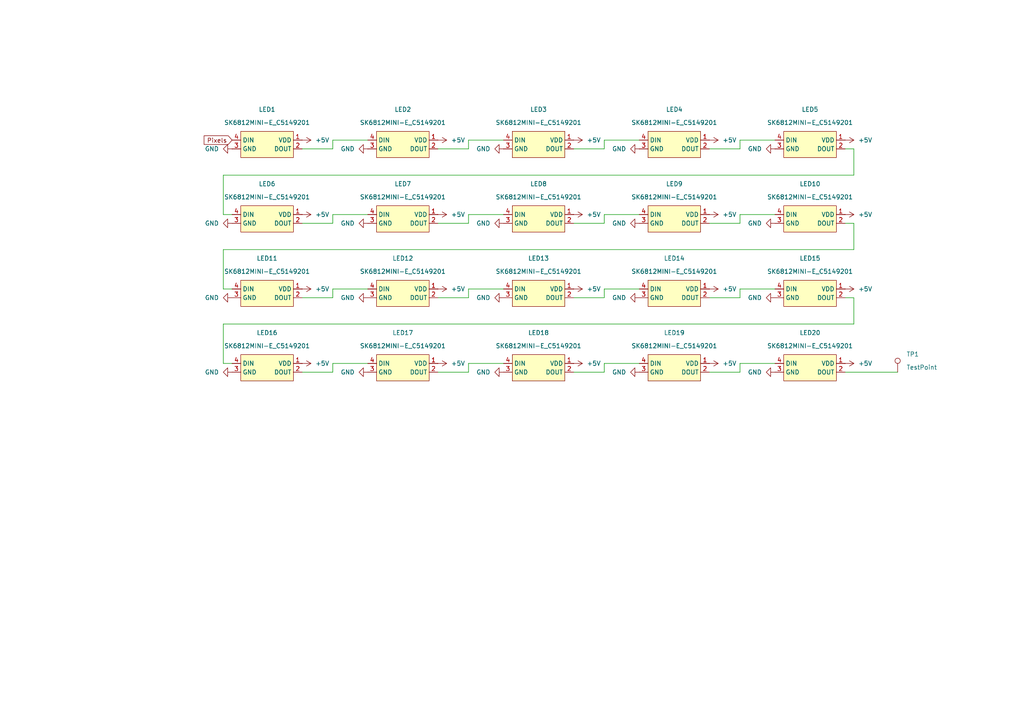
<source format=kicad_sch>
(kicad_sch (version 20250114) (generator "eeschema") (generator_version "9.0")
  (paper "A4")
  (lib_symbols
    (symbol "Connector:TestPoint" (pin_numbers (hide yes)) (pin_names (offset 0.762) (hide yes))
      (property "Reference" "TP" (at 0 6.858 0))
      (property "Value" "TestPoint" (at 0 5.08 0))
      (symbol "TestPoint_0_1"
        (circle (center 0 3.302) (radius 0.762))
      )
      (symbol "TestPoint_1_1"
        (pin passive line (at 0 0 90) (length 2.54) (name "1") (number "1"))
      )
    )
    (symbol "easyeda2kicad:SK6812MINI-E_C5149201"
      (property "Reference" "LED" (at 0 6.35 0))
      (property "Value" "SK6812MINI-E_C5149201" (at 0 -6.35 0))
      (symbol "SK6812MINI-E_C5149201_0_1"
        (rectangle (start -7.62 3.81) (end 7.62 -3.81) (fill (type background)))
        (pin unspecified line (at -10.16 1.27 0) (length 2.54) (name "VDD") (number "1"))
        (pin unspecified line (at -10.16 -1.27 0) (length 2.54) (name "DOUT") (number "2"))
        (pin unspecified line (at 10.16 1.27 180) (length 2.54) (name "DIN") (number "4"))
        (pin unspecified line (at 10.16 -1.27 180) (length 2.54) (name "GND") (number "3"))
      )
    )
    (symbol "power:+5V" (power) (pin_numbers (hide yes)) (pin_names (offset 0) (hide yes))
      (property "Value" "+5V" (at 0 3.556 0))
      (symbol "+5V_0_1"
        (polyline (pts (xy -0.762 1.27) (xy 0 2.54)))
        (polyline (pts (xy 0 2.54) (xy 0.762 1.27)))
        (polyline (pts (xy 0 0) (xy 0 2.54)))
      )
      (symbol "+5V_1_1"
        (pin power_in line (at 0 0 90) (length 0) (name "~") (number "1"))
      )
    )
    (symbol "power:GND" (power) (pin_numbers (hide yes)) (pin_names (offset 0) (hide yes))
      (property "Value" "GND" (at 0 -3.81 0))
      (symbol "GND_0_1"
        (polyline (pts (xy 0 0) (xy 0 -1.27) (xy 1.27 -1.27) (xy 0 -2.54) (xy -1.27 -1.27) (xy 0 -1.27)))
      )
      (symbol "GND_1_1"
        (pin power_in line (at 0 0 270) (length 0) (name "~") (number "1"))
      )
    )
  )
  (wire (pts (xy 175.26 83.82) (xy 185.42 83.82)))
  (wire (pts (xy 64.77 62.23) (xy 67.31 62.23)))
  (wire (pts (xy 135.89 62.23) (xy 146.05 62.23)))
  (wire (pts (xy 64.77 83.82) (xy 67.31 83.82)))
  (wire (pts (xy 247.65 86.36) (xy 245.11 86.36)))
  (wire (pts (xy 214.63 43.18) (xy 214.63 40.64)))
  (wire (pts (xy 175.26 40.64) (xy 185.42 40.64)))
  (wire (pts (xy 166.37 107.95) (xy 175.26 107.95)))
  (wire (pts (xy 135.89 86.36) (xy 135.89 83.82)))
  (wire (pts (xy 247.65 50.8) (xy 64.77 50.8)))
  (wire (pts (xy 205.74 86.36) (xy 214.63 86.36)))
  (wire (pts (xy 96.52 86.36) (xy 96.52 83.82)))
  (wire (pts (xy 214.63 86.36) (xy 214.63 83.82)))
  (wire (pts (xy 175.26 105.41) (xy 185.42 105.41)))
  (wire (pts (xy 247.65 86.36) (xy 247.65 93.98)))
  (wire (pts (xy 87.63 43.18) (xy 96.52 43.18)))
  (wire (pts (xy 96.52 107.95) (xy 96.52 105.41)))
  (wire (pts (xy 175.26 107.95) (xy 175.26 105.41)))
  (wire (pts (xy 87.63 86.36) (xy 96.52 86.36)))
  (wire (pts (xy 127 64.77) (xy 135.89 64.77)))
  (wire (pts (xy 87.63 107.95) (xy 96.52 107.95)))
  (wire (pts (xy 205.74 107.95) (xy 214.63 107.95)))
  (wire (pts (xy 64.77 93.98) (xy 64.77 105.41)))
  (wire (pts (xy 135.89 43.18) (xy 135.89 40.64)))
  (wire (pts (xy 135.89 83.82) (xy 146.05 83.82)))
  (wire (pts (xy 64.77 50.8) (xy 64.77 62.23)))
  (wire (pts (xy 175.26 86.36) (xy 175.26 83.82)))
  (wire (pts (xy 96.52 62.23) (xy 106.68 62.23)))
  (wire (pts (xy 87.63 64.77) (xy 96.52 64.77)))
  (wire (pts (xy 127 107.95) (xy 135.89 107.95)))
  (wire (pts (xy 175.26 62.23) (xy 185.42 62.23)))
  (wire (pts (xy 64.77 72.39) (xy 64.77 83.82)))
  (wire (pts (xy 247.65 64.77) (xy 245.11 64.77)))
  (wire (pts (xy 214.63 105.41) (xy 224.79 105.41)))
  (wire (pts (xy 166.37 43.18) (xy 175.26 43.18)))
  (wire (pts (xy 247.65 72.39) (xy 64.77 72.39)))
  (wire (pts (xy 96.52 40.64) (xy 106.68 40.64)))
  (wire (pts (xy 96.52 64.77) (xy 96.52 62.23)))
  (wire (pts (xy 214.63 40.64) (xy 224.79 40.64)))
  (wire (pts (xy 127 43.18) (xy 135.89 43.18)))
  (wire (pts (xy 135.89 105.41) (xy 146.05 105.41)))
  (wire (pts (xy 247.65 93.98) (xy 64.77 93.98)))
  (wire (pts (xy 205.74 64.77) (xy 214.63 64.77)))
  (wire (pts (xy 245.11 107.95) (xy 260.35 107.95)))
  (wire (pts (xy 96.52 43.18) (xy 96.52 40.64)))
  (wire (pts (xy 175.26 43.18) (xy 175.26 40.64)))
  (wire (pts (xy 135.89 40.64) (xy 146.05 40.64)))
  (wire (pts (xy 96.52 83.82) (xy 106.68 83.82)))
  (wire (pts (xy 247.65 43.18) (xy 247.65 50.8)))
  (wire (pts (xy 135.89 107.95) (xy 135.89 105.41)))
  (wire (pts (xy 135.89 64.77) (xy 135.89 62.23)))
  (wire (pts (xy 247.65 64.77) (xy 247.65 72.39)))
  (wire (pts (xy 214.63 64.77) (xy 214.63 62.23)))
  (wire (pts (xy 247.65 43.18) (xy 245.11 43.18)))
  (wire (pts (xy 214.63 107.95) (xy 214.63 105.41)))
  (wire (pts (xy 205.74 43.18) (xy 214.63 43.18)))
  (wire (pts (xy 166.37 64.77) (xy 175.26 64.77)))
  (wire (pts (xy 127 86.36) (xy 135.89 86.36)))
  (wire (pts (xy 214.63 62.23) (xy 224.79 62.23)))
  (wire (pts (xy 175.26 64.77) (xy 175.26 62.23)))
  (wire (pts (xy 96.52 105.41) (xy 106.68 105.41)))
  (wire (pts (xy 214.63 83.82) (xy 224.79 83.82)))
  (wire (pts (xy 64.77 105.41) (xy 67.31 105.41)))
  (wire (pts (xy 166.37 86.36) (xy 175.26 86.36)))
  (global_label "Pixels" (shape input) (at 67.31 40.64 180) (property "Intersheetrefs" "${INTERSHEET_REFS}" (effects (hide yes))))
  (symbol (lib_id "power:GND") (at 106.68 43.18 270) (mirror x) (unit 1)
    (property "Reference" "#PWR021" (effects (hide yes)))
    (property "Value" "GND" (at 102.87 43.1799 90) (effects (justify right)))
    (property "Description" "Power symbol creates a global label with name \"GND\" , ground" (effects (hide yes)))
  )
  (symbol (lib_id "easyeda2kicad:SK6812MINI-E_C5149201") (at 116.84 85.09 0) (mirror y) (unit 1)
    (property "Reference" "LED12" (at 116.84 74.93 0))
    (property "Value" "SK6812MINI-E_C5149201" (at 116.84 78.74 0))
    (property "Footprint" "Keebio-Parts:SK6812-MINI-E" (effects (hide yes)))
    (property "LCSC Part" "C5149201" (effects (hide yes)))
  )
  (symbol (lib_id "power:+5V") (at 245.11 62.23 270) (mirror x) (unit 1)
    (property "Reference" "#PWR0245" (effects (hide yes)))
    (property "Value" "+5V" (at 248.92 62.2299 90) (effects (justify left)))
    (property "Description" "Power symbol creates a global label with name \"+5V\"" (effects (hide yes)))
  )
  (symbol (lib_id "easyeda2kicad:SK6812MINI-E_C5149201") (at 195.58 41.91 0) (mirror y) (unit 1)
    (property "Reference" "LED4" (at 195.58 31.75 0))
    (property "Value" "SK6812MINI-E_C5149201" (at 195.58 35.56 0))
    (property "Footprint" "Keebio-Parts:SK6812-MINI-E" (effects (hide yes)))
    (property "LCSC Part" "C5149201" (effects (hide yes)))
  )
  (symbol (lib_id "power:+5V") (at 127 105.41 270) (mirror x) (unit 1)
    (property "Reference" "#PWR0271" (effects (hide yes)))
    (property "Value" "+5V" (at 130.81 105.4099 90) (effects (justify left)))
    (property "Description" "Power symbol creates a global label with name \"+5V\"" (effects (hide yes)))
  )
  (symbol (lib_id "power:GND") (at 67.31 107.95 270) (mirror x) (unit 1)
    (property "Reference" "#PWR0274" (effects (hide yes)))
    (property "Value" "GND" (at 63.5 107.9499 90) (effects (justify right)))
    (property "Description" "Power symbol creates a global label with name \"GND\" , ground" (effects (hide yes)))
  )
  (symbol (lib_id "power:GND") (at 146.05 43.18 270) (mirror x) (unit 1)
    (property "Reference" "#PWR022" (effects (hide yes)))
    (property "Value" "GND" (at 142.24 43.1799 90) (effects (justify right)))
    (property "Description" "Power symbol creates a global label with name \"GND\" , ground" (effects (hide yes)))
  )
  (symbol (lib_id "power:GND") (at 67.31 64.77 270) (mirror x) (unit 1)
    (property "Reference" "#PWR0254" (effects (hide yes)))
    (property "Value" "GND" (at 63.5 64.7699 90) (effects (justify right)))
    (property "Description" "Power symbol creates a global label with name \"GND\" , ground" (effects (hide yes)))
  )
  (symbol (lib_id "power:GND") (at 67.31 43.18 270) (mirror x) (unit 1)
    (property "Reference" "#PWR014" (effects (hide yes)))
    (property "Value" "GND" (at 63.5 43.1799 90) (effects (justify right)))
    (property "Description" "Power symbol creates a global label with name \"GND\" , ground" (effects (hide yes)))
  )
  (symbol (lib_id "power:+5V") (at 205.74 105.41 270) (mirror x) (unit 1)
    (property "Reference" "#PWR0267" (effects (hide yes)))
    (property "Value" "+5V" (at 209.55 105.4099 90) (effects (justify left)))
    (property "Description" "Power symbol creates a global label with name \"+5V\"" (effects (hide yes)))
  )
  (symbol (lib_id "power:+5V") (at 166.37 62.23 270) (mirror x) (unit 1)
    (property "Reference" "#PWR0249" (effects (hide yes)))
    (property "Value" "+5V" (at 170.18 62.2299 90) (effects (justify left)))
    (property "Description" "Power symbol creates a global label with name \"+5V\"" (effects (hide yes)))
  )
  (symbol (lib_id "power:+5V") (at 87.63 62.23 270) (mirror x) (unit 1)
    (property "Reference" "#PWR0253" (effects (hide yes)))
    (property "Value" "+5V" (at 91.44 62.2299 90) (effects (justify left)))
    (property "Description" "Power symbol creates a global label with name \"+5V\"" (effects (hide yes)))
  )
  (symbol (lib_id "easyeda2kicad:SK6812MINI-E_C5149201") (at 234.95 85.09 0) (mirror y) (unit 1)
    (property "Reference" "LED15" (at 234.95 74.93 0))
    (property "Value" "SK6812MINI-E_C5149201" (at 234.95 78.74 0))
    (property "Footprint" "Keebio-Parts:SK6812-MINI-E" (effects (hide yes)))
    (property "LCSC Part" "C5149201" (effects (hide yes)))
  )
  (symbol (lib_id "power:GND") (at 224.79 107.95 270) (mirror x) (unit 1)
    (property "Reference" "#PWR0266" (effects (hide yes)))
    (property "Value" "GND" (at 220.98 107.9499 90) (effects (justify right)))
    (property "Description" "Power symbol creates a global label with name \"GND\" , ground" (effects (hide yes)))
  )
  (symbol (lib_id "easyeda2kicad:SK6812MINI-E_C5149201") (at 156.21 63.5 0) (mirror y) (unit 1)
    (property "Reference" "LED8" (at 156.21 53.34 0))
    (property "Value" "SK6812MINI-E_C5149201" (at 156.21 57.15 0))
    (property "Footprint" "Keebio-Parts:SK6812-MINI-E" (effects (hide yes)))
    (property "LCSC Part" "C5149201" (effects (hide yes)))
  )
  (symbol (lib_id "easyeda2kicad:SK6812MINI-E_C5149201") (at 156.21 106.68 0) (mirror y) (unit 1)
    (property "Reference" "LED18" (at 156.21 96.52 0))
    (property "Value" "SK6812MINI-E_C5149201" (at 156.21 100.33 0))
    (property "Footprint" "Keebio-Parts:SK6812-MINI-E" (effects (hide yes)))
    (property "LCSC Part" "C5149201" (effects (hide yes)))
  )
  (symbol (lib_id "power:+5V") (at 166.37 40.64 270) (mirror x) (unit 1)
    (property "Reference" "#PWR0240" (effects (hide yes)))
    (property "Value" "+5V" (at 170.18 40.6399 90) (effects (justify left)))
    (property "Description" "Power symbol creates a global label with name \"+5V\"" (effects (hide yes)))
  )
  (symbol (lib_id "power:+5V") (at 87.63 105.41 270) (mirror x) (unit 1)
    (property "Reference" "#PWR0273" (effects (hide yes)))
    (property "Value" "+5V" (at 91.44 105.4099 90) (effects (justify left)))
    (property "Description" "Power symbol creates a global label with name \"+5V\"" (effects (hide yes)))
  )
  (symbol (lib_id "power:+5V") (at 205.74 62.23 270) (mirror x) (unit 1)
    (property "Reference" "#PWR0247" (effects (hide yes)))
    (property "Value" "+5V" (at 209.55 62.2299 90) (effects (justify left)))
    (property "Description" "Power symbol creates a global label with name \"+5V\"" (effects (hide yes)))
  )
  (symbol (lib_id "power:GND") (at 224.79 43.18 270) (mirror x) (unit 1)
    (property "Reference" "#PWR0244" (effects (hide yes)))
    (property "Value" "GND" (at 220.98 43.1799 90) (effects (justify right)))
    (property "Description" "Power symbol creates a global label with name \"GND\" , ground" (effects (hide yes)))
  )
  (symbol (lib_id "Connector:TestPoint") (at 260.35 107.95 0) (unit 1)
    (property "Reference" "TP1" (at 262.89 102.7429 0) (effects (justify left)))
    (property "Value" "TestPoint" (at 262.89 106.5529 0) (effects (justify left)))
    (property "Footprint" "TestPoint:TestPoint_Pad_D2.5mm" (effects (hide yes)))
    (property "Description" "test point" (effects (hide yes)))
  )
  (symbol (lib_id "easyeda2kicad:SK6812MINI-E_C5149201") (at 156.21 41.91 0) (mirror y) (unit 1)
    (property "Reference" "LED3" (at 156.21 31.75 0))
    (property "Value" "SK6812MINI-E_C5149201" (at 156.21 35.56 0))
    (property "Footprint" "Keebio-Parts:SK6812-MINI-E" (effects (hide yes)))
    (property "LCSC Part" "C5149201" (effects (hide yes)))
  )
  (symbol (lib_id "easyeda2kicad:SK6812MINI-E_C5149201") (at 156.21 85.09 0) (mirror y) (unit 1)
    (property "Reference" "LED13" (at 156.21 74.93 0))
    (property "Value" "SK6812MINI-E_C5149201" (at 156.21 78.74 0))
    (property "Footprint" "Keebio-Parts:SK6812-MINI-E" (effects (hide yes)))
    (property "LCSC Part" "C5149201" (effects (hide yes)))
  )
  (symbol (lib_id "power:+5V") (at 127 62.23 270) (mirror x) (unit 1)
    (property "Reference" "#PWR0251" (effects (hide yes)))
    (property "Value" "+5V" (at 130.81 62.2299 90) (effects (justify left)))
    (property "Description" "Power symbol creates a global label with name \"+5V\"" (effects (hide yes)))
  )
  (symbol (lib_id "easyeda2kicad:SK6812MINI-E_C5149201") (at 195.58 85.09 0) (mirror y) (unit 1)
    (property "Reference" "LED14" (at 195.58 74.93 0))
    (property "Value" "SK6812MINI-E_C5149201" (at 195.58 78.74 0))
    (property "Footprint" "Keebio-Parts:SK6812-MINI-E" (effects (hide yes)))
    (property "LCSC Part" "C5149201" (effects (hide yes)))
  )
  (symbol (lib_id "power:GND") (at 185.42 86.36 270) (mirror x) (unit 1)
    (property "Reference" "#PWR0258" (effects (hide yes)))
    (property "Value" "GND" (at 181.61 86.3599 90) (effects (justify right)))
    (property "Description" "Power symbol creates a global label with name \"GND\" , ground" (effects (hide yes)))
  )
  (symbol (lib_id "power:GND") (at 106.68 86.36 270) (mirror x) (unit 1)
    (property "Reference" "#PWR0262" (effects (hide yes)))
    (property "Value" "GND" (at 102.87 86.3599 90) (effects (justify right)))
    (property "Description" "Power symbol creates a global label with name \"GND\" , ground" (effects (hide yes)))
  )
  (symbol (lib_id "easyeda2kicad:SK6812MINI-E_C5149201") (at 77.47 41.91 0) (mirror y) (unit 1)
    (property "Reference" "LED1" (at 77.47 31.75 0))
    (property "Value" "SK6812MINI-E_C5149201" (at 77.47 35.56 0))
    (property "Footprint" "Keebio-Parts:SK6812-MINI-E" (effects (hide yes)))
    (property "LCSC Part" "C5149201" (effects (hide yes)))
  )
  (symbol (lib_id "easyeda2kicad:SK6812MINI-E_C5149201") (at 77.47 85.09 0) (mirror y) (unit 1)
    (property "Reference" "LED11" (at 77.47 74.93 0))
    (property "Value" "SK6812MINI-E_C5149201" (at 77.47 78.74 0))
    (property "Footprint" "Keebio-Parts:SK6812-MINI-E" (effects (hide yes)))
    (property "LCSC Part" "C5149201" (effects (hide yes)))
  )
  (symbol (lib_id "power:GND") (at 67.31 86.36 270) (mirror x) (unit 1)
    (property "Reference" "#PWR0264" (effects (hide yes)))
    (property "Value" "GND" (at 63.5 86.3599 90) (effects (justify right)))
    (property "Description" "Power symbol creates a global label with name \"GND\" , ground" (effects (hide yes)))
  )
  (symbol (lib_id "power:GND") (at 224.79 64.77 270) (mirror x) (unit 1)
    (property "Reference" "#PWR0246" (effects (hide yes)))
    (property "Value" "GND" (at 220.98 64.7699 90) (effects (justify right)))
    (property "Description" "Power symbol creates a global label with name \"GND\" , ground" (effects (hide yes)))
  )
  (symbol (lib_id "power:+5V") (at 205.74 83.82 270) (mirror x) (unit 1)
    (property "Reference" "#PWR0257" (effects (hide yes)))
    (property "Value" "+5V" (at 209.55 83.8199 90) (effects (justify left)))
    (property "Description" "Power symbol creates a global label with name \"+5V\"" (effects (hide yes)))
  )
  (symbol (lib_id "power:+5V") (at 166.37 105.41 270) (mirror x) (unit 1)
    (property "Reference" "#PWR0269" (effects (hide yes)))
    (property "Value" "+5V" (at 170.18 105.4099 90) (effects (justify left)))
    (property "Description" "Power symbol creates a global label with name \"+5V\"" (effects (hide yes)))
  )
  (symbol (lib_id "easyeda2kicad:SK6812MINI-E_C5149201") (at 77.47 63.5 0) (mirror y) (unit 1)
    (property "Reference" "LED6" (at 77.47 53.34 0))
    (property "Value" "SK6812MINI-E_C5149201" (at 77.47 57.15 0))
    (property "Footprint" "Keebio-Parts:SK6812-MINI-E" (effects (hide yes)))
    (property "LCSC Part" "C5149201" (effects (hide yes)))
  )
  (symbol (lib_id "easyeda2kicad:SK6812MINI-E_C5149201") (at 116.84 63.5 0) (mirror y) (unit 1)
    (property "Reference" "LED7" (at 116.84 53.34 0))
    (property "Value" "SK6812MINI-E_C5149201" (at 116.84 57.15 0))
    (property "Footprint" "Keebio-Parts:SK6812-MINI-E" (effects (hide yes)))
    (property "LCSC Part" "C5149201" (effects (hide yes)))
  )
  (symbol (lib_id "easyeda2kicad:SK6812MINI-E_C5149201") (at 234.95 63.5 0) (mirror y) (unit 1)
    (property "Reference" "LED10" (at 234.95 53.34 0))
    (property "Value" "SK6812MINI-E_C5149201" (at 234.95 57.15 0))
    (property "Footprint" "Keebio-Parts:SK6812-MINI-E" (effects (hide yes)))
    (property "LCSC Part" "C5149201" (effects (hide yes)))
  )
  (symbol (lib_id "power:+5V") (at 205.74 40.64 270) (mirror x) (unit 1)
    (property "Reference" "#PWR0241" (effects (hide yes)))
    (property "Value" "+5V" (at 209.55 40.6399 90) (effects (justify left)))
    (property "Description" "Power symbol creates a global label with name \"+5V\"" (effects (hide yes)))
  )
  (symbol (lib_id "power:GND") (at 146.05 107.95 270) (mirror x) (unit 1)
    (property "Reference" "#PWR0270" (effects (hide yes)))
    (property "Value" "GND" (at 142.24 107.9499 90) (effects (justify right)))
    (property "Description" "Power symbol creates a global label with name \"GND\" , ground" (effects (hide yes)))
  )
  (symbol (lib_id "easyeda2kicad:SK6812MINI-E_C5149201") (at 116.84 41.91 0) (mirror y) (unit 1)
    (property "Reference" "LED2" (at 116.84 31.75 0))
    (property "Value" "SK6812MINI-E_C5149201" (at 116.84 35.56 0))
    (property "Footprint" "Keebio-Parts:SK6812-MINI-E" (effects (hide yes)))
    (property "LCSC Part" "C5149201" (effects (hide yes)))
  )
  (symbol (lib_id "power:GND") (at 106.68 107.95 270) (mirror x) (unit 1)
    (property "Reference" "#PWR0272" (effects (hide yes)))
    (property "Value" "GND" (at 102.87 107.9499 90) (effects (justify right)))
    (property "Description" "Power symbol creates a global label with name \"GND\" , ground" (effects (hide yes)))
  )
  (symbol (lib_id "power:+5V") (at 245.11 83.82 270) (mirror x) (unit 1)
    (property "Reference" "#PWR0255" (effects (hide yes)))
    (property "Value" "+5V" (at 248.92 83.8199 90) (effects (justify left)))
    (property "Description" "Power symbol creates a global label with name \"+5V\"" (effects (hide yes)))
  )
  (symbol (lib_id "power:GND") (at 185.42 107.95 270) (mirror x) (unit 1)
    (property "Reference" "#PWR0268" (effects (hide yes)))
    (property "Value" "GND" (at 181.61 107.9499 90) (effects (justify right)))
    (property "Description" "Power symbol creates a global label with name \"GND\" , ground" (effects (hide yes)))
  )
  (symbol (lib_id "power:GND") (at 185.42 64.77 270) (mirror x) (unit 1)
    (property "Reference" "#PWR0248" (effects (hide yes)))
    (property "Value" "GND" (at 181.61 64.7699 90) (effects (justify right)))
    (property "Description" "Power symbol creates a global label with name \"GND\" , ground" (effects (hide yes)))
  )
  (symbol (lib_id "power:+5V") (at 166.37 83.82 270) (mirror x) (unit 1)
    (property "Reference" "#PWR0259" (effects (hide yes)))
    (property "Value" "+5V" (at 170.18 83.8199 90) (effects (justify left)))
    (property "Description" "Power symbol creates a global label with name \"+5V\"" (effects (hide yes)))
  )
  (symbol (lib_id "power:+5V") (at 87.63 40.64 270) (mirror x) (unit 1)
    (property "Reference" "#PWR0238" (effects (hide yes)))
    (property "Value" "+5V" (at 91.44 40.6399 90) (effects (justify left)))
    (property "Description" "Power symbol creates a global label with name \"+5V\"" (effects (hide yes)))
  )
  (symbol (lib_id "easyeda2kicad:SK6812MINI-E_C5149201") (at 234.95 106.68 0) (mirror y) (unit 1)
    (property "Reference" "LED20" (at 234.95 96.52 0))
    (property "Value" "SK6812MINI-E_C5149201" (at 234.95 100.33 0))
    (property "Footprint" "Keebio-Parts:SK6812-MINI-E" (effects (hide yes)))
    (property "LCSC Part" "C5149201" (effects (hide yes)))
  )
  (symbol (lib_id "power:+5V") (at 87.63 83.82 270) (mirror x) (unit 1)
    (property "Reference" "#PWR0263" (effects (hide yes)))
    (property "Value" "+5V" (at 91.44 83.8199 90) (effects (justify left)))
    (property "Description" "Power symbol creates a global label with name \"+5V\"" (effects (hide yes)))
  )
  (symbol (lib_id "power:+5V") (at 127 83.82 270) (mirror x) (unit 1)
    (property "Reference" "#PWR0261" (effects (hide yes)))
    (property "Value" "+5V" (at 130.81 83.8199 90) (effects (justify left)))
    (property "Description" "Power symbol creates a global label with name \"+5V\"" (effects (hide yes)))
  )
  (symbol (lib_id "power:+5V") (at 245.11 105.41 270) (mirror x) (unit 1)
    (property "Reference" "#PWR0265" (effects (hide yes)))
    (property "Value" "+5V" (at 248.92 105.4099 90) (effects (justify left)))
    (property "Description" "Power symbol creates a global label with name \"+5V\"" (effects (hide yes)))
  )
  (symbol (lib_id "power:GND") (at 146.05 86.36 270) (mirror x) (unit 1)
    (property "Reference" "#PWR0260" (effects (hide yes)))
    (property "Value" "GND" (at 142.24 86.3599 90) (effects (justify right)))
    (property "Description" "Power symbol creates a global label with name \"GND\" , ground" (effects (hide yes)))
  )
  (symbol (lib_id "easyeda2kicad:SK6812MINI-E_C5149201") (at 195.58 63.5 0) (mirror y) (unit 1)
    (property "Reference" "LED9" (at 195.58 53.34 0))
    (property "Value" "SK6812MINI-E_C5149201" (at 195.58 57.15 0))
    (property "Footprint" "Keebio-Parts:SK6812-MINI-E" (effects (hide yes)))
    (property "LCSC Part" "C5149201" (effects (hide yes)))
  )
  (symbol (lib_id "power:+5V") (at 245.11 40.64 270) (mirror x) (unit 1)
    (property "Reference" "#PWR0243" (effects (hide yes)))
    (property "Value" "+5V" (at 248.92 40.6399 90) (effects (justify left)))
    (property "Description" "Power symbol creates a global label with name \"+5V\"" (effects (hide yes)))
  )
  (symbol (lib_id "power:+5V") (at 127 40.64 270) (mirror x) (unit 1)
    (property "Reference" "#PWR0239" (effects (hide yes)))
    (property "Value" "+5V" (at 130.81 40.6399 90) (effects (justify left)))
    (property "Description" "Power symbol creates a global label with name \"+5V\"" (effects (hide yes)))
  )
  (symbol (lib_id "easyeda2kicad:SK6812MINI-E_C5149201") (at 234.95 41.91 0) (mirror y) (unit 1)
    (property "Reference" "LED5" (at 234.95 31.75 0))
    (property "Value" "SK6812MINI-E_C5149201" (at 234.95 35.56 0))
    (property "Footprint" "Keebio-Parts:SK6812-MINI-E" (effects (hide yes)))
    (property "LCSC Part" "C5149201" (effects (hide yes)))
  )
  (symbol (lib_id "easyeda2kicad:SK6812MINI-E_C5149201") (at 195.58 106.68 0) (mirror y) (unit 1)
    (property "Reference" "LED19" (at 195.58 96.52 0))
    (property "Value" "SK6812MINI-E_C5149201" (at 195.58 100.33 0))
    (property "Footprint" "Keebio-Parts:SK6812-MINI-E" (effects (hide yes)))
    (property "LCSC Part" "C5149201" (effects (hide yes)))
  )
  (symbol (lib_id "easyeda2kicad:SK6812MINI-E_C5149201") (at 77.47 106.68 0) (mirror y) (unit 1)
    (property "Reference" "LED16" (at 77.47 96.52 0))
    (property "Value" "SK6812MINI-E_C5149201" (at 77.47 100.33 0))
    (property "Footprint" "Keebio-Parts:SK6812-MINI-E" (effects (hide yes)))
    (property "LCSC Part" "C5149201" (effects (hide yes)))
  )
  (symbol (lib_id "power:GND") (at 185.42 43.18 270) (mirror x) (unit 1)
    (property "Reference" "#PWR0242" (effects (hide yes)))
    (property "Value" "GND" (at 181.61 43.1799 90) (effects (justify right)))
    (property "Description" "Power symbol creates a global label with name \"GND\" , ground" (effects (hide yes)))
  )
  (symbol (lib_id "power:GND") (at 106.68 64.77 270) (mirror x) (unit 1)
    (property "Reference" "#PWR0252" (effects (hide yes)))
    (property "Value" "GND" (at 102.87 64.7699 90) (effects (justify right)))
    (property "Description" "Power symbol creates a global label with name \"GND\" , ground" (effects (hide yes)))
  )
  (symbol (lib_id "easyeda2kicad:SK6812MINI-E_C5149201") (at 116.84 106.68 0) (mirror y) (unit 1)
    (property "Reference" "LED17" (at 116.84 96.52 0))
    (property "Value" "SK6812MINI-E_C5149201" (at 116.84 100.33 0))
    (property "Footprint" "Keebio-Parts:SK6812-MINI-E" (effects (hide yes)))
    (property "LCSC Part" "C5149201" (effects (hide yes)))
  )
  (symbol (lib_id "power:GND") (at 224.79 86.36 270) (mirror x) (unit 1)
    (property "Reference" "#PWR0256" (effects (hide yes)))
    (property "Value" "GND" (at 220.98 86.3599 90) (effects (justify right)))
    (property "Description" "Power symbol creates a global label with name \"GND\" , ground" (effects (hide yes)))
  )
  (symbol (lib_id "power:GND") (at 146.05 64.77 270) (mirror x) (unit 1)
    (property "Reference" "#PWR0250" (effects (hide yes)))
    (property "Value" "GND" (at 142.24 64.7699 90) (effects (justify right)))
    (property "Description" "Power symbol creates a global label with name \"GND\" , ground" (effects (hide yes)))
  )
)
</source>
